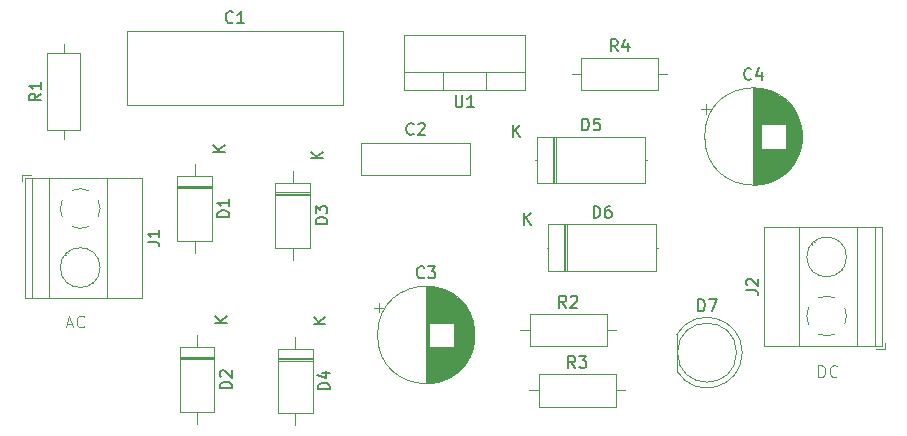
<source format=gbr>
%TF.GenerationSoftware,KiCad,Pcbnew,8.0.8*%
%TF.CreationDate,2026-02-04T08:37:40+05:30*%
%TF.ProjectId,power supply,706f7765-7220-4737-9570-706c792e6b69,rev?*%
%TF.SameCoordinates,Original*%
%TF.FileFunction,Legend,Top*%
%TF.FilePolarity,Positive*%
%FSLAX46Y46*%
G04 Gerber Fmt 4.6, Leading zero omitted, Abs format (unit mm)*
G04 Created by KiCad (PCBNEW 8.0.8) date 2026-02-04 08:37:40*
%MOMM*%
%LPD*%
G01*
G04 APERTURE LIST*
%ADD10C,0.100000*%
%ADD11C,0.150000*%
%ADD12C,0.120000*%
G04 APERTURE END LIST*
D10*
X88456265Y-135786704D02*
X88932455Y-135786704D01*
X88361027Y-136072419D02*
X88694360Y-135072419D01*
X88694360Y-135072419D02*
X89027693Y-136072419D01*
X89932455Y-135977180D02*
X89884836Y-136024800D01*
X89884836Y-136024800D02*
X89741979Y-136072419D01*
X89741979Y-136072419D02*
X89646741Y-136072419D01*
X89646741Y-136072419D02*
X89503884Y-136024800D01*
X89503884Y-136024800D02*
X89408646Y-135929561D01*
X89408646Y-135929561D02*
X89361027Y-135834323D01*
X89361027Y-135834323D02*
X89313408Y-135643847D01*
X89313408Y-135643847D02*
X89313408Y-135500990D01*
X89313408Y-135500990D02*
X89361027Y-135310514D01*
X89361027Y-135310514D02*
X89408646Y-135215276D01*
X89408646Y-135215276D02*
X89503884Y-135120038D01*
X89503884Y-135120038D02*
X89646741Y-135072419D01*
X89646741Y-135072419D02*
X89741979Y-135072419D01*
X89741979Y-135072419D02*
X89884836Y-135120038D01*
X89884836Y-135120038D02*
X89932455Y-135167657D01*
X152103884Y-140272419D02*
X152103884Y-139272419D01*
X152103884Y-139272419D02*
X152341979Y-139272419D01*
X152341979Y-139272419D02*
X152484836Y-139320038D01*
X152484836Y-139320038D02*
X152580074Y-139415276D01*
X152580074Y-139415276D02*
X152627693Y-139510514D01*
X152627693Y-139510514D02*
X152675312Y-139700990D01*
X152675312Y-139700990D02*
X152675312Y-139843847D01*
X152675312Y-139843847D02*
X152627693Y-140034323D01*
X152627693Y-140034323D02*
X152580074Y-140129561D01*
X152580074Y-140129561D02*
X152484836Y-140224800D01*
X152484836Y-140224800D02*
X152341979Y-140272419D01*
X152341979Y-140272419D02*
X152103884Y-140272419D01*
X153675312Y-140177180D02*
X153627693Y-140224800D01*
X153627693Y-140224800D02*
X153484836Y-140272419D01*
X153484836Y-140272419D02*
X153389598Y-140272419D01*
X153389598Y-140272419D02*
X153246741Y-140224800D01*
X153246741Y-140224800D02*
X153151503Y-140129561D01*
X153151503Y-140129561D02*
X153103884Y-140034323D01*
X153103884Y-140034323D02*
X153056265Y-139843847D01*
X153056265Y-139843847D02*
X153056265Y-139700990D01*
X153056265Y-139700990D02*
X153103884Y-139510514D01*
X153103884Y-139510514D02*
X153151503Y-139415276D01*
X153151503Y-139415276D02*
X153246741Y-139320038D01*
X153246741Y-139320038D02*
X153389598Y-139272419D01*
X153389598Y-139272419D02*
X153484836Y-139272419D01*
X153484836Y-139272419D02*
X153627693Y-139320038D01*
X153627693Y-139320038D02*
X153675312Y-139367657D01*
D11*
X102224819Y-126738094D02*
X101224819Y-126738094D01*
X101224819Y-126738094D02*
X101224819Y-126499999D01*
X101224819Y-126499999D02*
X101272438Y-126357142D01*
X101272438Y-126357142D02*
X101367676Y-126261904D01*
X101367676Y-126261904D02*
X101462914Y-126214285D01*
X101462914Y-126214285D02*
X101653390Y-126166666D01*
X101653390Y-126166666D02*
X101796247Y-126166666D01*
X101796247Y-126166666D02*
X101986723Y-126214285D01*
X101986723Y-126214285D02*
X102081961Y-126261904D01*
X102081961Y-126261904D02*
X102177200Y-126357142D01*
X102177200Y-126357142D02*
X102224819Y-126499999D01*
X102224819Y-126499999D02*
X102224819Y-126738094D01*
X102224819Y-125214285D02*
X102224819Y-125785713D01*
X102224819Y-125499999D02*
X101224819Y-125499999D01*
X101224819Y-125499999D02*
X101367676Y-125595237D01*
X101367676Y-125595237D02*
X101462914Y-125690475D01*
X101462914Y-125690475D02*
X101510533Y-125785713D01*
X101854819Y-121181904D02*
X100854819Y-121181904D01*
X101854819Y-120610476D02*
X101283390Y-121039047D01*
X100854819Y-120610476D02*
X101426247Y-121181904D01*
X102424819Y-141218094D02*
X101424819Y-141218094D01*
X101424819Y-141218094D02*
X101424819Y-140979999D01*
X101424819Y-140979999D02*
X101472438Y-140837142D01*
X101472438Y-140837142D02*
X101567676Y-140741904D01*
X101567676Y-140741904D02*
X101662914Y-140694285D01*
X101662914Y-140694285D02*
X101853390Y-140646666D01*
X101853390Y-140646666D02*
X101996247Y-140646666D01*
X101996247Y-140646666D02*
X102186723Y-140694285D01*
X102186723Y-140694285D02*
X102281961Y-140741904D01*
X102281961Y-140741904D02*
X102377200Y-140837142D01*
X102377200Y-140837142D02*
X102424819Y-140979999D01*
X102424819Y-140979999D02*
X102424819Y-141218094D01*
X101520057Y-140265713D02*
X101472438Y-140218094D01*
X101472438Y-140218094D02*
X101424819Y-140122856D01*
X101424819Y-140122856D02*
X101424819Y-139884761D01*
X101424819Y-139884761D02*
X101472438Y-139789523D01*
X101472438Y-139789523D02*
X101520057Y-139741904D01*
X101520057Y-139741904D02*
X101615295Y-139694285D01*
X101615295Y-139694285D02*
X101710533Y-139694285D01*
X101710533Y-139694285D02*
X101853390Y-139741904D01*
X101853390Y-139741904D02*
X102424819Y-140313332D01*
X102424819Y-140313332D02*
X102424819Y-139694285D01*
X102054819Y-135661904D02*
X101054819Y-135661904D01*
X102054819Y-135090476D02*
X101483390Y-135519047D01*
X101054819Y-135090476D02*
X101626247Y-135661904D01*
X95314819Y-128833333D02*
X96029104Y-128833333D01*
X96029104Y-128833333D02*
X96171961Y-128880952D01*
X96171961Y-128880952D02*
X96267200Y-128976190D01*
X96267200Y-128976190D02*
X96314819Y-129119047D01*
X96314819Y-129119047D02*
X96314819Y-129214285D01*
X96314819Y-127833333D02*
X96314819Y-128404761D01*
X96314819Y-128119047D02*
X95314819Y-128119047D01*
X95314819Y-128119047D02*
X95457676Y-128214285D01*
X95457676Y-128214285D02*
X95552914Y-128309523D01*
X95552914Y-128309523D02*
X95600533Y-128404761D01*
X86284819Y-116266666D02*
X85808628Y-116599999D01*
X86284819Y-116838094D02*
X85284819Y-116838094D01*
X85284819Y-116838094D02*
X85284819Y-116457142D01*
X85284819Y-116457142D02*
X85332438Y-116361904D01*
X85332438Y-116361904D02*
X85380057Y-116314285D01*
X85380057Y-116314285D02*
X85475295Y-116266666D01*
X85475295Y-116266666D02*
X85618152Y-116266666D01*
X85618152Y-116266666D02*
X85713390Y-116314285D01*
X85713390Y-116314285D02*
X85761009Y-116361904D01*
X85761009Y-116361904D02*
X85808628Y-116457142D01*
X85808628Y-116457142D02*
X85808628Y-116838094D01*
X86284819Y-115314285D02*
X86284819Y-115885713D01*
X86284819Y-115599999D02*
X85284819Y-115599999D01*
X85284819Y-115599999D02*
X85427676Y-115695237D01*
X85427676Y-115695237D02*
X85522914Y-115790475D01*
X85522914Y-115790475D02*
X85570533Y-115885713D01*
X145994819Y-132933333D02*
X146709104Y-132933333D01*
X146709104Y-132933333D02*
X146851961Y-132980952D01*
X146851961Y-132980952D02*
X146947200Y-133076190D01*
X146947200Y-133076190D02*
X146994819Y-133219047D01*
X146994819Y-133219047D02*
X146994819Y-133314285D01*
X146090057Y-132504761D02*
X146042438Y-132457142D01*
X146042438Y-132457142D02*
X145994819Y-132361904D01*
X145994819Y-132361904D02*
X145994819Y-132123809D01*
X145994819Y-132123809D02*
X146042438Y-132028571D01*
X146042438Y-132028571D02*
X146090057Y-131980952D01*
X146090057Y-131980952D02*
X146185295Y-131933333D01*
X146185295Y-131933333D02*
X146280533Y-131933333D01*
X146280533Y-131933333D02*
X146423390Y-131980952D01*
X146423390Y-131980952D02*
X146994819Y-132552380D01*
X146994819Y-132552380D02*
X146994819Y-131933333D01*
X117833333Y-119659580D02*
X117785714Y-119707200D01*
X117785714Y-119707200D02*
X117642857Y-119754819D01*
X117642857Y-119754819D02*
X117547619Y-119754819D01*
X117547619Y-119754819D02*
X117404762Y-119707200D01*
X117404762Y-119707200D02*
X117309524Y-119611961D01*
X117309524Y-119611961D02*
X117261905Y-119516723D01*
X117261905Y-119516723D02*
X117214286Y-119326247D01*
X117214286Y-119326247D02*
X117214286Y-119183390D01*
X117214286Y-119183390D02*
X117261905Y-118992914D01*
X117261905Y-118992914D02*
X117309524Y-118897676D01*
X117309524Y-118897676D02*
X117404762Y-118802438D01*
X117404762Y-118802438D02*
X117547619Y-118754819D01*
X117547619Y-118754819D02*
X117642857Y-118754819D01*
X117642857Y-118754819D02*
X117785714Y-118802438D01*
X117785714Y-118802438D02*
X117833333Y-118850057D01*
X118214286Y-118850057D02*
X118261905Y-118802438D01*
X118261905Y-118802438D02*
X118357143Y-118754819D01*
X118357143Y-118754819D02*
X118595238Y-118754819D01*
X118595238Y-118754819D02*
X118690476Y-118802438D01*
X118690476Y-118802438D02*
X118738095Y-118850057D01*
X118738095Y-118850057D02*
X118785714Y-118945295D01*
X118785714Y-118945295D02*
X118785714Y-119040533D01*
X118785714Y-119040533D02*
X118738095Y-119183390D01*
X118738095Y-119183390D02*
X118166667Y-119754819D01*
X118166667Y-119754819D02*
X118785714Y-119754819D01*
X110524819Y-127318094D02*
X109524819Y-127318094D01*
X109524819Y-127318094D02*
X109524819Y-127079999D01*
X109524819Y-127079999D02*
X109572438Y-126937142D01*
X109572438Y-126937142D02*
X109667676Y-126841904D01*
X109667676Y-126841904D02*
X109762914Y-126794285D01*
X109762914Y-126794285D02*
X109953390Y-126746666D01*
X109953390Y-126746666D02*
X110096247Y-126746666D01*
X110096247Y-126746666D02*
X110286723Y-126794285D01*
X110286723Y-126794285D02*
X110381961Y-126841904D01*
X110381961Y-126841904D02*
X110477200Y-126937142D01*
X110477200Y-126937142D02*
X110524819Y-127079999D01*
X110524819Y-127079999D02*
X110524819Y-127318094D01*
X109524819Y-126413332D02*
X109524819Y-125794285D01*
X109524819Y-125794285D02*
X109905771Y-126127618D01*
X109905771Y-126127618D02*
X109905771Y-125984761D01*
X109905771Y-125984761D02*
X109953390Y-125889523D01*
X109953390Y-125889523D02*
X110001009Y-125841904D01*
X110001009Y-125841904D02*
X110096247Y-125794285D01*
X110096247Y-125794285D02*
X110334342Y-125794285D01*
X110334342Y-125794285D02*
X110429580Y-125841904D01*
X110429580Y-125841904D02*
X110477200Y-125889523D01*
X110477200Y-125889523D02*
X110524819Y-125984761D01*
X110524819Y-125984761D02*
X110524819Y-126270475D01*
X110524819Y-126270475D02*
X110477200Y-126365713D01*
X110477200Y-126365713D02*
X110429580Y-126413332D01*
X110154819Y-121761904D02*
X109154819Y-121761904D01*
X110154819Y-121190476D02*
X109583390Y-121619047D01*
X109154819Y-121190476D02*
X109726247Y-121761904D01*
X130753333Y-134384819D02*
X130420000Y-133908628D01*
X130181905Y-134384819D02*
X130181905Y-133384819D01*
X130181905Y-133384819D02*
X130562857Y-133384819D01*
X130562857Y-133384819D02*
X130658095Y-133432438D01*
X130658095Y-133432438D02*
X130705714Y-133480057D01*
X130705714Y-133480057D02*
X130753333Y-133575295D01*
X130753333Y-133575295D02*
X130753333Y-133718152D01*
X130753333Y-133718152D02*
X130705714Y-133813390D01*
X130705714Y-133813390D02*
X130658095Y-133861009D01*
X130658095Y-133861009D02*
X130562857Y-133908628D01*
X130562857Y-133908628D02*
X130181905Y-133908628D01*
X131134286Y-133480057D02*
X131181905Y-133432438D01*
X131181905Y-133432438D02*
X131277143Y-133384819D01*
X131277143Y-133384819D02*
X131515238Y-133384819D01*
X131515238Y-133384819D02*
X131610476Y-133432438D01*
X131610476Y-133432438D02*
X131658095Y-133480057D01*
X131658095Y-133480057D02*
X131705714Y-133575295D01*
X131705714Y-133575295D02*
X131705714Y-133670533D01*
X131705714Y-133670533D02*
X131658095Y-133813390D01*
X131658095Y-133813390D02*
X131086667Y-134384819D01*
X131086667Y-134384819D02*
X131705714Y-134384819D01*
X141931905Y-134694819D02*
X141931905Y-133694819D01*
X141931905Y-133694819D02*
X142170000Y-133694819D01*
X142170000Y-133694819D02*
X142312857Y-133742438D01*
X142312857Y-133742438D02*
X142408095Y-133837676D01*
X142408095Y-133837676D02*
X142455714Y-133932914D01*
X142455714Y-133932914D02*
X142503333Y-134123390D01*
X142503333Y-134123390D02*
X142503333Y-134266247D01*
X142503333Y-134266247D02*
X142455714Y-134456723D01*
X142455714Y-134456723D02*
X142408095Y-134551961D01*
X142408095Y-134551961D02*
X142312857Y-134647200D01*
X142312857Y-134647200D02*
X142170000Y-134694819D01*
X142170000Y-134694819D02*
X141931905Y-134694819D01*
X142836667Y-133694819D02*
X143503333Y-133694819D01*
X143503333Y-133694819D02*
X143074762Y-134694819D01*
X132111905Y-119384819D02*
X132111905Y-118384819D01*
X132111905Y-118384819D02*
X132350000Y-118384819D01*
X132350000Y-118384819D02*
X132492857Y-118432438D01*
X132492857Y-118432438D02*
X132588095Y-118527676D01*
X132588095Y-118527676D02*
X132635714Y-118622914D01*
X132635714Y-118622914D02*
X132683333Y-118813390D01*
X132683333Y-118813390D02*
X132683333Y-118956247D01*
X132683333Y-118956247D02*
X132635714Y-119146723D01*
X132635714Y-119146723D02*
X132588095Y-119241961D01*
X132588095Y-119241961D02*
X132492857Y-119337200D01*
X132492857Y-119337200D02*
X132350000Y-119384819D01*
X132350000Y-119384819D02*
X132111905Y-119384819D01*
X133588095Y-118384819D02*
X133111905Y-118384819D01*
X133111905Y-118384819D02*
X133064286Y-118861009D01*
X133064286Y-118861009D02*
X133111905Y-118813390D01*
X133111905Y-118813390D02*
X133207143Y-118765771D01*
X133207143Y-118765771D02*
X133445238Y-118765771D01*
X133445238Y-118765771D02*
X133540476Y-118813390D01*
X133540476Y-118813390D02*
X133588095Y-118861009D01*
X133588095Y-118861009D02*
X133635714Y-118956247D01*
X133635714Y-118956247D02*
X133635714Y-119194342D01*
X133635714Y-119194342D02*
X133588095Y-119289580D01*
X133588095Y-119289580D02*
X133540476Y-119337200D01*
X133540476Y-119337200D02*
X133445238Y-119384819D01*
X133445238Y-119384819D02*
X133207143Y-119384819D01*
X133207143Y-119384819D02*
X133111905Y-119337200D01*
X133111905Y-119337200D02*
X133064286Y-119289580D01*
X126238095Y-119954819D02*
X126238095Y-118954819D01*
X126809523Y-119954819D02*
X126380952Y-119383390D01*
X126809523Y-118954819D02*
X126238095Y-119526247D01*
X118730682Y-131809580D02*
X118683063Y-131857200D01*
X118683063Y-131857200D02*
X118540206Y-131904819D01*
X118540206Y-131904819D02*
X118444968Y-131904819D01*
X118444968Y-131904819D02*
X118302111Y-131857200D01*
X118302111Y-131857200D02*
X118206873Y-131761961D01*
X118206873Y-131761961D02*
X118159254Y-131666723D01*
X118159254Y-131666723D02*
X118111635Y-131476247D01*
X118111635Y-131476247D02*
X118111635Y-131333390D01*
X118111635Y-131333390D02*
X118159254Y-131142914D01*
X118159254Y-131142914D02*
X118206873Y-131047676D01*
X118206873Y-131047676D02*
X118302111Y-130952438D01*
X118302111Y-130952438D02*
X118444968Y-130904819D01*
X118444968Y-130904819D02*
X118540206Y-130904819D01*
X118540206Y-130904819D02*
X118683063Y-130952438D01*
X118683063Y-130952438D02*
X118730682Y-131000057D01*
X119064016Y-130904819D02*
X119683063Y-130904819D01*
X119683063Y-130904819D02*
X119349730Y-131285771D01*
X119349730Y-131285771D02*
X119492587Y-131285771D01*
X119492587Y-131285771D02*
X119587825Y-131333390D01*
X119587825Y-131333390D02*
X119635444Y-131381009D01*
X119635444Y-131381009D02*
X119683063Y-131476247D01*
X119683063Y-131476247D02*
X119683063Y-131714342D01*
X119683063Y-131714342D02*
X119635444Y-131809580D01*
X119635444Y-131809580D02*
X119587825Y-131857200D01*
X119587825Y-131857200D02*
X119492587Y-131904819D01*
X119492587Y-131904819D02*
X119206873Y-131904819D01*
X119206873Y-131904819D02*
X119111635Y-131857200D01*
X119111635Y-131857200D02*
X119064016Y-131809580D01*
X102533333Y-110209580D02*
X102485714Y-110257200D01*
X102485714Y-110257200D02*
X102342857Y-110304819D01*
X102342857Y-110304819D02*
X102247619Y-110304819D01*
X102247619Y-110304819D02*
X102104762Y-110257200D01*
X102104762Y-110257200D02*
X102009524Y-110161961D01*
X102009524Y-110161961D02*
X101961905Y-110066723D01*
X101961905Y-110066723D02*
X101914286Y-109876247D01*
X101914286Y-109876247D02*
X101914286Y-109733390D01*
X101914286Y-109733390D02*
X101961905Y-109542914D01*
X101961905Y-109542914D02*
X102009524Y-109447676D01*
X102009524Y-109447676D02*
X102104762Y-109352438D01*
X102104762Y-109352438D02*
X102247619Y-109304819D01*
X102247619Y-109304819D02*
X102342857Y-109304819D01*
X102342857Y-109304819D02*
X102485714Y-109352438D01*
X102485714Y-109352438D02*
X102533333Y-109400057D01*
X103485714Y-110304819D02*
X102914286Y-110304819D01*
X103200000Y-110304819D02*
X103200000Y-109304819D01*
X103200000Y-109304819D02*
X103104762Y-109447676D01*
X103104762Y-109447676D02*
X103009524Y-109542914D01*
X103009524Y-109542914D02*
X102914286Y-109590533D01*
X131513333Y-139484819D02*
X131180000Y-139008628D01*
X130941905Y-139484819D02*
X130941905Y-138484819D01*
X130941905Y-138484819D02*
X131322857Y-138484819D01*
X131322857Y-138484819D02*
X131418095Y-138532438D01*
X131418095Y-138532438D02*
X131465714Y-138580057D01*
X131465714Y-138580057D02*
X131513333Y-138675295D01*
X131513333Y-138675295D02*
X131513333Y-138818152D01*
X131513333Y-138818152D02*
X131465714Y-138913390D01*
X131465714Y-138913390D02*
X131418095Y-138961009D01*
X131418095Y-138961009D02*
X131322857Y-139008628D01*
X131322857Y-139008628D02*
X130941905Y-139008628D01*
X131846667Y-138484819D02*
X132465714Y-138484819D01*
X132465714Y-138484819D02*
X132132381Y-138865771D01*
X132132381Y-138865771D02*
X132275238Y-138865771D01*
X132275238Y-138865771D02*
X132370476Y-138913390D01*
X132370476Y-138913390D02*
X132418095Y-138961009D01*
X132418095Y-138961009D02*
X132465714Y-139056247D01*
X132465714Y-139056247D02*
X132465714Y-139294342D01*
X132465714Y-139294342D02*
X132418095Y-139389580D01*
X132418095Y-139389580D02*
X132370476Y-139437200D01*
X132370476Y-139437200D02*
X132275238Y-139484819D01*
X132275238Y-139484819D02*
X131989524Y-139484819D01*
X131989524Y-139484819D02*
X131894286Y-139437200D01*
X131894286Y-139437200D02*
X131846667Y-139389580D01*
X135113333Y-112684819D02*
X134780000Y-112208628D01*
X134541905Y-112684819D02*
X134541905Y-111684819D01*
X134541905Y-111684819D02*
X134922857Y-111684819D01*
X134922857Y-111684819D02*
X135018095Y-111732438D01*
X135018095Y-111732438D02*
X135065714Y-111780057D01*
X135065714Y-111780057D02*
X135113333Y-111875295D01*
X135113333Y-111875295D02*
X135113333Y-112018152D01*
X135113333Y-112018152D02*
X135065714Y-112113390D01*
X135065714Y-112113390D02*
X135018095Y-112161009D01*
X135018095Y-112161009D02*
X134922857Y-112208628D01*
X134922857Y-112208628D02*
X134541905Y-112208628D01*
X135970476Y-112018152D02*
X135970476Y-112684819D01*
X135732381Y-111637200D02*
X135494286Y-112351485D01*
X135494286Y-112351485D02*
X136113333Y-112351485D01*
X146430682Y-115009580D02*
X146383063Y-115057200D01*
X146383063Y-115057200D02*
X146240206Y-115104819D01*
X146240206Y-115104819D02*
X146144968Y-115104819D01*
X146144968Y-115104819D02*
X146002111Y-115057200D01*
X146002111Y-115057200D02*
X145906873Y-114961961D01*
X145906873Y-114961961D02*
X145859254Y-114866723D01*
X145859254Y-114866723D02*
X145811635Y-114676247D01*
X145811635Y-114676247D02*
X145811635Y-114533390D01*
X145811635Y-114533390D02*
X145859254Y-114342914D01*
X145859254Y-114342914D02*
X145906873Y-114247676D01*
X145906873Y-114247676D02*
X146002111Y-114152438D01*
X146002111Y-114152438D02*
X146144968Y-114104819D01*
X146144968Y-114104819D02*
X146240206Y-114104819D01*
X146240206Y-114104819D02*
X146383063Y-114152438D01*
X146383063Y-114152438D02*
X146430682Y-114200057D01*
X147287825Y-114438152D02*
X147287825Y-115104819D01*
X147049730Y-114057200D02*
X146811635Y-114771485D01*
X146811635Y-114771485D02*
X147430682Y-114771485D01*
X121378095Y-116424819D02*
X121378095Y-117234342D01*
X121378095Y-117234342D02*
X121425714Y-117329580D01*
X121425714Y-117329580D02*
X121473333Y-117377200D01*
X121473333Y-117377200D02*
X121568571Y-117424819D01*
X121568571Y-117424819D02*
X121759047Y-117424819D01*
X121759047Y-117424819D02*
X121854285Y-117377200D01*
X121854285Y-117377200D02*
X121901904Y-117329580D01*
X121901904Y-117329580D02*
X121949523Y-117234342D01*
X121949523Y-117234342D02*
X121949523Y-116424819D01*
X122949523Y-117424819D02*
X122378095Y-117424819D01*
X122663809Y-117424819D02*
X122663809Y-116424819D01*
X122663809Y-116424819D02*
X122568571Y-116567676D01*
X122568571Y-116567676D02*
X122473333Y-116662914D01*
X122473333Y-116662914D02*
X122378095Y-116710533D01*
X110724819Y-141318094D02*
X109724819Y-141318094D01*
X109724819Y-141318094D02*
X109724819Y-141079999D01*
X109724819Y-141079999D02*
X109772438Y-140937142D01*
X109772438Y-140937142D02*
X109867676Y-140841904D01*
X109867676Y-140841904D02*
X109962914Y-140794285D01*
X109962914Y-140794285D02*
X110153390Y-140746666D01*
X110153390Y-140746666D02*
X110296247Y-140746666D01*
X110296247Y-140746666D02*
X110486723Y-140794285D01*
X110486723Y-140794285D02*
X110581961Y-140841904D01*
X110581961Y-140841904D02*
X110677200Y-140937142D01*
X110677200Y-140937142D02*
X110724819Y-141079999D01*
X110724819Y-141079999D02*
X110724819Y-141318094D01*
X110058152Y-139889523D02*
X110724819Y-139889523D01*
X109677200Y-140127618D02*
X110391485Y-140365713D01*
X110391485Y-140365713D02*
X110391485Y-139746666D01*
X110354819Y-135761904D02*
X109354819Y-135761904D01*
X110354819Y-135190476D02*
X109783390Y-135619047D01*
X109354819Y-135190476D02*
X109926247Y-135761904D01*
X133061905Y-126784819D02*
X133061905Y-125784819D01*
X133061905Y-125784819D02*
X133300000Y-125784819D01*
X133300000Y-125784819D02*
X133442857Y-125832438D01*
X133442857Y-125832438D02*
X133538095Y-125927676D01*
X133538095Y-125927676D02*
X133585714Y-126022914D01*
X133585714Y-126022914D02*
X133633333Y-126213390D01*
X133633333Y-126213390D02*
X133633333Y-126356247D01*
X133633333Y-126356247D02*
X133585714Y-126546723D01*
X133585714Y-126546723D02*
X133538095Y-126641961D01*
X133538095Y-126641961D02*
X133442857Y-126737200D01*
X133442857Y-126737200D02*
X133300000Y-126784819D01*
X133300000Y-126784819D02*
X133061905Y-126784819D01*
X134490476Y-125784819D02*
X134300000Y-125784819D01*
X134300000Y-125784819D02*
X134204762Y-125832438D01*
X134204762Y-125832438D02*
X134157143Y-125880057D01*
X134157143Y-125880057D02*
X134061905Y-126022914D01*
X134061905Y-126022914D02*
X134014286Y-126213390D01*
X134014286Y-126213390D02*
X134014286Y-126594342D01*
X134014286Y-126594342D02*
X134061905Y-126689580D01*
X134061905Y-126689580D02*
X134109524Y-126737200D01*
X134109524Y-126737200D02*
X134204762Y-126784819D01*
X134204762Y-126784819D02*
X134395238Y-126784819D01*
X134395238Y-126784819D02*
X134490476Y-126737200D01*
X134490476Y-126737200D02*
X134538095Y-126689580D01*
X134538095Y-126689580D02*
X134585714Y-126594342D01*
X134585714Y-126594342D02*
X134585714Y-126356247D01*
X134585714Y-126356247D02*
X134538095Y-126261009D01*
X134538095Y-126261009D02*
X134490476Y-126213390D01*
X134490476Y-126213390D02*
X134395238Y-126165771D01*
X134395238Y-126165771D02*
X134204762Y-126165771D01*
X134204762Y-126165771D02*
X134109524Y-126213390D01*
X134109524Y-126213390D02*
X134061905Y-126261009D01*
X134061905Y-126261009D02*
X134014286Y-126356247D01*
X127188095Y-127354819D02*
X127188095Y-126354819D01*
X127759523Y-127354819D02*
X127330952Y-126783390D01*
X127759523Y-126354819D02*
X127188095Y-126926247D01*
D12*
%TO.C,D1*%
X97830000Y-123280000D02*
X97830000Y-128720000D01*
X97830000Y-128720000D02*
X100770000Y-128720000D01*
X99300000Y-122260000D02*
X99300000Y-123280000D01*
X99300000Y-129740000D02*
X99300000Y-128720000D01*
X100770000Y-123280000D02*
X97830000Y-123280000D01*
X100770000Y-124060000D02*
X97830000Y-124060000D01*
X100770000Y-124180000D02*
X97830000Y-124180000D01*
X100770000Y-124300000D02*
X97830000Y-124300000D01*
X100770000Y-128720000D02*
X100770000Y-123280000D01*
%TO.C,D2*%
X98030000Y-137760000D02*
X98030000Y-143200000D01*
X98030000Y-143200000D02*
X100970000Y-143200000D01*
X99500000Y-136740000D02*
X99500000Y-137760000D01*
X99500000Y-144220000D02*
X99500000Y-143200000D01*
X100970000Y-137760000D02*
X98030000Y-137760000D01*
X100970000Y-138540000D02*
X98030000Y-138540000D01*
X100970000Y-138660000D02*
X98030000Y-138660000D01*
X100970000Y-138780000D02*
X98030000Y-138780000D01*
X100970000Y-143200000D02*
X100970000Y-137760000D01*
%TO.C,J1*%
X84700000Y-123200000D02*
X84700000Y-123700000D01*
X84940000Y-123440000D02*
X84940000Y-133560000D01*
X85440000Y-123200000D02*
X84700000Y-123200000D01*
X85500000Y-123440000D02*
X85500000Y-133560000D01*
X87000000Y-123440000D02*
X87000000Y-133560000D01*
X88361000Y-129966000D02*
X88326000Y-129931000D01*
X88577000Y-129773000D02*
X88531000Y-129726000D01*
X90669000Y-132275000D02*
X90623000Y-132228000D01*
X90875000Y-132070000D02*
X90839000Y-132035000D01*
X91901000Y-123440000D02*
X91901000Y-133560000D01*
X94861000Y-123440000D02*
X84940000Y-123440000D01*
X94861000Y-123440000D02*
X94861000Y-133560000D01*
X94861000Y-133560000D02*
X84940000Y-133560000D01*
X87919747Y-126028805D02*
G75*
G02*
X88065000Y-125316000I1680254J28806D01*
G01*
X88065244Y-126683318D02*
G75*
G02*
X87920000Y-126000000I1534756J683318D01*
G01*
X88916958Y-124464573D02*
G75*
G02*
X90284000Y-124465000I683041J-1535420D01*
G01*
X90283042Y-127535427D02*
G75*
G02*
X88916000Y-127535000I-683042J1535427D01*
G01*
X91135427Y-125316958D02*
G75*
G02*
X91135000Y-126684000I-1535420J-683041D01*
G01*
X91280000Y-131000000D02*
G75*
G02*
X87920000Y-131000000I-1680000J0D01*
G01*
X87920000Y-131000000D02*
G75*
G02*
X91280000Y-131000000I1680000J0D01*
G01*
%TO.C,R1*%
X86830000Y-112830000D02*
X86830000Y-119370000D01*
X86830000Y-119370000D02*
X89570000Y-119370000D01*
X88200000Y-112060000D02*
X88200000Y-112830000D01*
X88200000Y-120140000D02*
X88200000Y-119370000D01*
X89570000Y-112830000D02*
X86830000Y-112830000D01*
X89570000Y-119370000D02*
X89570000Y-112830000D01*
%TO.C,J2*%
X147539000Y-127540000D02*
X157460000Y-127540000D01*
X147539000Y-137660000D02*
X147539000Y-127540000D01*
X147539000Y-137660000D02*
X157460000Y-137660000D01*
X150499000Y-137660000D02*
X150499000Y-127540000D01*
X151525000Y-129030000D02*
X151561000Y-129065000D01*
X151731000Y-128825000D02*
X151777000Y-128872000D01*
X153823000Y-131327000D02*
X153869000Y-131374000D01*
X154039000Y-131134000D02*
X154074000Y-131169000D01*
X155400000Y-137660000D02*
X155400000Y-127540000D01*
X156900000Y-137660000D02*
X156900000Y-127540000D01*
X156960000Y-137900000D02*
X157700000Y-137900000D01*
X157460000Y-137660000D02*
X157460000Y-127540000D01*
X157700000Y-137900000D02*
X157700000Y-137400000D01*
X151264573Y-135783042D02*
G75*
G02*
X151265000Y-134416000I1535420J683041D01*
G01*
X152116958Y-133564573D02*
G75*
G02*
X153484000Y-133565000I683042J-1535427D01*
G01*
X153483042Y-136635427D02*
G75*
G02*
X152116000Y-136635000I-683041J1535420D01*
G01*
X154334756Y-134416682D02*
G75*
G02*
X154480000Y-135100000I-1534756J-683318D01*
G01*
X154480253Y-135071195D02*
G75*
G02*
X154335000Y-135784000I-1680254J-28806D01*
G01*
X154480000Y-130100000D02*
G75*
G02*
X151120000Y-130100000I-1680000J0D01*
G01*
X151120000Y-130100000D02*
G75*
G02*
X154480000Y-130100000I1680000J0D01*
G01*
%TO.C,C2*%
X113380000Y-120430000D02*
X113380000Y-123170000D01*
X113380000Y-120430000D02*
X122620000Y-120430000D01*
X113380000Y-123170000D02*
X122620000Y-123170000D01*
X122620000Y-120430000D02*
X122620000Y-123170000D01*
%TO.C,D3*%
X106130000Y-123860000D02*
X106130000Y-129300000D01*
X106130000Y-129300000D02*
X109070000Y-129300000D01*
X107600000Y-122840000D02*
X107600000Y-123860000D01*
X107600000Y-130320000D02*
X107600000Y-129300000D01*
X109070000Y-123860000D02*
X106130000Y-123860000D01*
X109070000Y-124640000D02*
X106130000Y-124640000D01*
X109070000Y-124760000D02*
X106130000Y-124760000D01*
X109070000Y-124880000D02*
X106130000Y-124880000D01*
X109070000Y-129300000D02*
X109070000Y-123860000D01*
%TO.C,R2*%
X126880000Y-136300000D02*
X127650000Y-136300000D01*
X127650000Y-134930000D02*
X127650000Y-137670000D01*
X127650000Y-137670000D02*
X134190000Y-137670000D01*
X134190000Y-134930000D02*
X127650000Y-134930000D01*
X134190000Y-137670000D02*
X134190000Y-134930000D01*
X134960000Y-136300000D02*
X134190000Y-136300000D01*
%TO.C,D7*%
X140110000Y-136655000D02*
X140110000Y-139745000D01*
X140110000Y-136655170D02*
G75*
G02*
X145660000Y-138199952I2560000J-1544830D01*
G01*
X145660000Y-138200048D02*
G75*
G02*
X140110000Y-139744830I-2990000J48D01*
G01*
X145170000Y-138200000D02*
G75*
G02*
X140170000Y-138200000I-2500000J0D01*
G01*
X140170000Y-138200000D02*
G75*
G02*
X145170000Y-138200000I2500000J0D01*
G01*
%TO.C,D5*%
X128140000Y-121900000D02*
X128280000Y-121900000D01*
X128280000Y-119930000D02*
X128280000Y-123870000D01*
X128280000Y-123870000D02*
X137420000Y-123870000D01*
X129615000Y-119930000D02*
X129615000Y-123870000D01*
X129735000Y-119930000D02*
X129735000Y-123870000D01*
X129855000Y-119930000D02*
X129855000Y-123870000D01*
X137420000Y-119930000D02*
X128280000Y-119930000D01*
X137420000Y-123870000D02*
X137420000Y-119930000D01*
X137560000Y-121900000D02*
X137420000Y-121900000D01*
%TO.C,C3*%
X114487651Y-134385000D02*
X115287651Y-134385000D01*
X114887651Y-133985000D02*
X114887651Y-134785000D01*
X118897349Y-132620000D02*
X118897349Y-140780000D01*
X118937349Y-132620000D02*
X118937349Y-140780000D01*
X118977349Y-132620000D02*
X118977349Y-140780000D01*
X119017349Y-132621000D02*
X119017349Y-140779000D01*
X119057349Y-132623000D02*
X119057349Y-140777000D01*
X119097349Y-132624000D02*
X119097349Y-140776000D01*
X119137349Y-132626000D02*
X119137349Y-135660000D01*
X119137349Y-137740000D02*
X119137349Y-140774000D01*
X119177349Y-132629000D02*
X119177349Y-135660000D01*
X119177349Y-137740000D02*
X119177349Y-140771000D01*
X119217349Y-132632000D02*
X119217349Y-135660000D01*
X119217349Y-137740000D02*
X119217349Y-140768000D01*
X119257349Y-132635000D02*
X119257349Y-135660000D01*
X119257349Y-137740000D02*
X119257349Y-140765000D01*
X119297349Y-132639000D02*
X119297349Y-135660000D01*
X119297349Y-137740000D02*
X119297349Y-140761000D01*
X119337349Y-132643000D02*
X119337349Y-135660000D01*
X119337349Y-137740000D02*
X119337349Y-140757000D01*
X119377349Y-132648000D02*
X119377349Y-135660000D01*
X119377349Y-137740000D02*
X119377349Y-140752000D01*
X119417349Y-132652000D02*
X119417349Y-135660000D01*
X119417349Y-137740000D02*
X119417349Y-140748000D01*
X119457349Y-132658000D02*
X119457349Y-135660000D01*
X119457349Y-137740000D02*
X119457349Y-140742000D01*
X119497349Y-132663000D02*
X119497349Y-135660000D01*
X119497349Y-137740000D02*
X119497349Y-140737000D01*
X119537349Y-132670000D02*
X119537349Y-135660000D01*
X119537349Y-137740000D02*
X119537349Y-140730000D01*
X119577349Y-132676000D02*
X119577349Y-135660000D01*
X119577349Y-137740000D02*
X119577349Y-140724000D01*
X119618349Y-132683000D02*
X119618349Y-135660000D01*
X119618349Y-137740000D02*
X119618349Y-140717000D01*
X119658349Y-132690000D02*
X119658349Y-135660000D01*
X119658349Y-137740000D02*
X119658349Y-140710000D01*
X119698349Y-132698000D02*
X119698349Y-135660000D01*
X119698349Y-137740000D02*
X119698349Y-140702000D01*
X119738349Y-132706000D02*
X119738349Y-135660000D01*
X119738349Y-137740000D02*
X119738349Y-140694000D01*
X119778349Y-132715000D02*
X119778349Y-135660000D01*
X119778349Y-137740000D02*
X119778349Y-140685000D01*
X119818349Y-132724000D02*
X119818349Y-135660000D01*
X119818349Y-137740000D02*
X119818349Y-140676000D01*
X119858349Y-132733000D02*
X119858349Y-135660000D01*
X119858349Y-137740000D02*
X119858349Y-140667000D01*
X119898349Y-132743000D02*
X119898349Y-135660000D01*
X119898349Y-137740000D02*
X119898349Y-140657000D01*
X119938349Y-132753000D02*
X119938349Y-135660000D01*
X119938349Y-137740000D02*
X119938349Y-140647000D01*
X119978349Y-132764000D02*
X119978349Y-135660000D01*
X119978349Y-137740000D02*
X119978349Y-140636000D01*
X120018349Y-132775000D02*
X120018349Y-135660000D01*
X120018349Y-137740000D02*
X120018349Y-140625000D01*
X120058349Y-132786000D02*
X120058349Y-135660000D01*
X120058349Y-137740000D02*
X120058349Y-140614000D01*
X120098349Y-132798000D02*
X120098349Y-135660000D01*
X120098349Y-137740000D02*
X120098349Y-140602000D01*
X120138349Y-132811000D02*
X120138349Y-135660000D01*
X120138349Y-137740000D02*
X120138349Y-140589000D01*
X120178349Y-132823000D02*
X120178349Y-135660000D01*
X120178349Y-137740000D02*
X120178349Y-140577000D01*
X120218349Y-132837000D02*
X120218349Y-135660000D01*
X120218349Y-137740000D02*
X120218349Y-140563000D01*
X120258349Y-132850000D02*
X120258349Y-135660000D01*
X120258349Y-137740000D02*
X120258349Y-140550000D01*
X120298349Y-132865000D02*
X120298349Y-135660000D01*
X120298349Y-137740000D02*
X120298349Y-140535000D01*
X120338349Y-132879000D02*
X120338349Y-135660000D01*
X120338349Y-137740000D02*
X120338349Y-140521000D01*
X120378349Y-132895000D02*
X120378349Y-135660000D01*
X120378349Y-137740000D02*
X120378349Y-140505000D01*
X120418349Y-132910000D02*
X120418349Y-135660000D01*
X120418349Y-137740000D02*
X120418349Y-140490000D01*
X120458349Y-132926000D02*
X120458349Y-135660000D01*
X120458349Y-137740000D02*
X120458349Y-140474000D01*
X120498349Y-132943000D02*
X120498349Y-135660000D01*
X120498349Y-137740000D02*
X120498349Y-140457000D01*
X120538349Y-132960000D02*
X120538349Y-135660000D01*
X120538349Y-137740000D02*
X120538349Y-140440000D01*
X120578349Y-132978000D02*
X120578349Y-135660000D01*
X120578349Y-137740000D02*
X120578349Y-140422000D01*
X120618349Y-132996000D02*
X120618349Y-135660000D01*
X120618349Y-137740000D02*
X120618349Y-140404000D01*
X120658349Y-133014000D02*
X120658349Y-135660000D01*
X120658349Y-137740000D02*
X120658349Y-140386000D01*
X120698349Y-133034000D02*
X120698349Y-135660000D01*
X120698349Y-137740000D02*
X120698349Y-140366000D01*
X120738349Y-133053000D02*
X120738349Y-135660000D01*
X120738349Y-137740000D02*
X120738349Y-140347000D01*
X120778349Y-133073000D02*
X120778349Y-135660000D01*
X120778349Y-137740000D02*
X120778349Y-140327000D01*
X120818349Y-133094000D02*
X120818349Y-135660000D01*
X120818349Y-137740000D02*
X120818349Y-140306000D01*
X120858349Y-133116000D02*
X120858349Y-135660000D01*
X120858349Y-137740000D02*
X120858349Y-140284000D01*
X120898349Y-133138000D02*
X120898349Y-135660000D01*
X120898349Y-137740000D02*
X120898349Y-140262000D01*
X120938349Y-133160000D02*
X120938349Y-135660000D01*
X120938349Y-137740000D02*
X120938349Y-140240000D01*
X120978349Y-133183000D02*
X120978349Y-135660000D01*
X120978349Y-137740000D02*
X120978349Y-140217000D01*
X121018349Y-133207000D02*
X121018349Y-135660000D01*
X121018349Y-137740000D02*
X121018349Y-140193000D01*
X121058349Y-133231000D02*
X121058349Y-135660000D01*
X121058349Y-137740000D02*
X121058349Y-140169000D01*
X121098349Y-133256000D02*
X121098349Y-135660000D01*
X121098349Y-137740000D02*
X121098349Y-140144000D01*
X121138349Y-133282000D02*
X121138349Y-135660000D01*
X121138349Y-137740000D02*
X121138349Y-140118000D01*
X121178349Y-133308000D02*
X121178349Y-135660000D01*
X121178349Y-137740000D02*
X121178349Y-140092000D01*
X121218349Y-133335000D02*
X121218349Y-140065000D01*
X121258349Y-133362000D02*
X121258349Y-140038000D01*
X121298349Y-133391000D02*
X121298349Y-140009000D01*
X121338349Y-133420000D02*
X121338349Y-139980000D01*
X121378349Y-133450000D02*
X121378349Y-139950000D01*
X121418349Y-133480000D02*
X121418349Y-139920000D01*
X121458349Y-133511000D02*
X121458349Y-139889000D01*
X121498349Y-133544000D02*
X121498349Y-139856000D01*
X121538349Y-133576000D02*
X121538349Y-139824000D01*
X121578349Y-133610000D02*
X121578349Y-139790000D01*
X121618349Y-133645000D02*
X121618349Y-139755000D01*
X121658349Y-133681000D02*
X121658349Y-139719000D01*
X121698349Y-133717000D02*
X121698349Y-139683000D01*
X121738349Y-133755000D02*
X121738349Y-139645000D01*
X121778349Y-133793000D02*
X121778349Y-139607000D01*
X121818349Y-133833000D02*
X121818349Y-139567000D01*
X121858349Y-133874000D02*
X121858349Y-139526000D01*
X121898349Y-133916000D02*
X121898349Y-139484000D01*
X121938349Y-133959000D02*
X121938349Y-139441000D01*
X121978349Y-134003000D02*
X121978349Y-139397000D01*
X122018349Y-134049000D02*
X122018349Y-139351000D01*
X122058349Y-134096000D02*
X122058349Y-139304000D01*
X122098349Y-134144000D02*
X122098349Y-139256000D01*
X122138349Y-134195000D02*
X122138349Y-139205000D01*
X122178349Y-134246000D02*
X122178349Y-139154000D01*
X122218349Y-134300000D02*
X122218349Y-139100000D01*
X122258349Y-134355000D02*
X122258349Y-139045000D01*
X122298349Y-134413000D02*
X122298349Y-138987000D01*
X122338349Y-134472000D02*
X122338349Y-138928000D01*
X122378349Y-134534000D02*
X122378349Y-138866000D01*
X122418349Y-134598000D02*
X122418349Y-138802000D01*
X122458349Y-134666000D02*
X122458349Y-138734000D01*
X122498349Y-134736000D02*
X122498349Y-138664000D01*
X122538349Y-134810000D02*
X122538349Y-138590000D01*
X122578349Y-134887000D02*
X122578349Y-138513000D01*
X122618349Y-134969000D02*
X122618349Y-138431000D01*
X122658349Y-135055000D02*
X122658349Y-138345000D01*
X122698349Y-135148000D02*
X122698349Y-138252000D01*
X122738349Y-135247000D02*
X122738349Y-138153000D01*
X122778349Y-135354000D02*
X122778349Y-138046000D01*
X122818349Y-135471000D02*
X122818349Y-137929000D01*
X122858349Y-135602000D02*
X122858349Y-137798000D01*
X122898349Y-135752000D02*
X122898349Y-137648000D01*
X122938349Y-135932000D02*
X122938349Y-137468000D01*
X122978349Y-136167000D02*
X122978349Y-137233000D01*
X123017349Y-136700000D02*
G75*
G02*
X114777349Y-136700000I-4120000J0D01*
G01*
X114777349Y-136700000D02*
G75*
G02*
X123017349Y-136700000I4120000J0D01*
G01*
%TO.C,C1*%
X93580000Y-110980000D02*
X93580000Y-117220000D01*
X93580000Y-110980000D02*
X111820000Y-110980000D01*
X93580000Y-117220000D02*
X111820000Y-117220000D01*
X111820000Y-110980000D02*
X111820000Y-117220000D01*
%TO.C,R3*%
X127640000Y-141400000D02*
X128410000Y-141400000D01*
X128410000Y-140030000D02*
X128410000Y-142770000D01*
X128410000Y-142770000D02*
X134950000Y-142770000D01*
X134950000Y-140030000D02*
X128410000Y-140030000D01*
X134950000Y-142770000D02*
X134950000Y-140030000D01*
X135720000Y-141400000D02*
X134950000Y-141400000D01*
%TO.C,R4*%
X131240000Y-114600000D02*
X132010000Y-114600000D01*
X132010000Y-113230000D02*
X132010000Y-115970000D01*
X132010000Y-115970000D02*
X138550000Y-115970000D01*
X138550000Y-113230000D02*
X132010000Y-113230000D01*
X138550000Y-115970000D02*
X138550000Y-113230000D01*
X139320000Y-114600000D02*
X138550000Y-114600000D01*
%TO.C,C4*%
X142187651Y-117585000D02*
X142987651Y-117585000D01*
X142587651Y-117185000D02*
X142587651Y-117985000D01*
X146597349Y-115820000D02*
X146597349Y-123980000D01*
X146637349Y-115820000D02*
X146637349Y-123980000D01*
X146677349Y-115820000D02*
X146677349Y-123980000D01*
X146717349Y-115821000D02*
X146717349Y-123979000D01*
X146757349Y-115823000D02*
X146757349Y-123977000D01*
X146797349Y-115824000D02*
X146797349Y-123976000D01*
X146837349Y-115826000D02*
X146837349Y-123974000D01*
X146877349Y-115829000D02*
X146877349Y-123971000D01*
X146917349Y-115832000D02*
X146917349Y-123968000D01*
X146957349Y-115835000D02*
X146957349Y-123965000D01*
X146997349Y-115839000D02*
X146997349Y-123961000D01*
X147037349Y-115843000D02*
X147037349Y-123957000D01*
X147077349Y-115848000D02*
X147077349Y-123952000D01*
X147117349Y-115852000D02*
X147117349Y-123948000D01*
X147157349Y-115858000D02*
X147157349Y-123942000D01*
X147197349Y-115863000D02*
X147197349Y-123937000D01*
X147237349Y-115870000D02*
X147237349Y-123930000D01*
X147277349Y-115876000D02*
X147277349Y-123924000D01*
X147318349Y-115883000D02*
X147318349Y-118860000D01*
X147318349Y-120940000D02*
X147318349Y-123917000D01*
X147358349Y-115890000D02*
X147358349Y-118860000D01*
X147358349Y-120940000D02*
X147358349Y-123910000D01*
X147398349Y-115898000D02*
X147398349Y-118860000D01*
X147398349Y-120940000D02*
X147398349Y-123902000D01*
X147438349Y-115906000D02*
X147438349Y-118860000D01*
X147438349Y-120940000D02*
X147438349Y-123894000D01*
X147478349Y-115915000D02*
X147478349Y-118860000D01*
X147478349Y-120940000D02*
X147478349Y-123885000D01*
X147518349Y-115924000D02*
X147518349Y-118860000D01*
X147518349Y-120940000D02*
X147518349Y-123876000D01*
X147558349Y-115933000D02*
X147558349Y-118860000D01*
X147558349Y-120940000D02*
X147558349Y-123867000D01*
X147598349Y-115943000D02*
X147598349Y-118860000D01*
X147598349Y-120940000D02*
X147598349Y-123857000D01*
X147638349Y-115953000D02*
X147638349Y-118860000D01*
X147638349Y-120940000D02*
X147638349Y-123847000D01*
X147678349Y-115964000D02*
X147678349Y-118860000D01*
X147678349Y-120940000D02*
X147678349Y-123836000D01*
X147718349Y-115975000D02*
X147718349Y-118860000D01*
X147718349Y-120940000D02*
X147718349Y-123825000D01*
X147758349Y-115986000D02*
X147758349Y-118860000D01*
X147758349Y-120940000D02*
X147758349Y-123814000D01*
X147798349Y-115998000D02*
X147798349Y-118860000D01*
X147798349Y-120940000D02*
X147798349Y-123802000D01*
X147838349Y-116011000D02*
X147838349Y-118860000D01*
X147838349Y-120940000D02*
X147838349Y-123789000D01*
X147878349Y-116023000D02*
X147878349Y-118860000D01*
X147878349Y-120940000D02*
X147878349Y-123777000D01*
X147918349Y-116037000D02*
X147918349Y-118860000D01*
X147918349Y-120940000D02*
X147918349Y-123763000D01*
X147958349Y-116050000D02*
X147958349Y-118860000D01*
X147958349Y-120940000D02*
X147958349Y-123750000D01*
X147998349Y-116065000D02*
X147998349Y-118860000D01*
X147998349Y-120940000D02*
X147998349Y-123735000D01*
X148038349Y-116079000D02*
X148038349Y-118860000D01*
X148038349Y-120940000D02*
X148038349Y-123721000D01*
X148078349Y-116095000D02*
X148078349Y-118860000D01*
X148078349Y-120940000D02*
X148078349Y-123705000D01*
X148118349Y-116110000D02*
X148118349Y-118860000D01*
X148118349Y-120940000D02*
X148118349Y-123690000D01*
X148158349Y-116126000D02*
X148158349Y-118860000D01*
X148158349Y-120940000D02*
X148158349Y-123674000D01*
X148198349Y-116143000D02*
X148198349Y-118860000D01*
X148198349Y-120940000D02*
X148198349Y-123657000D01*
X148238349Y-116160000D02*
X148238349Y-118860000D01*
X148238349Y-120940000D02*
X148238349Y-123640000D01*
X148278349Y-116178000D02*
X148278349Y-118860000D01*
X148278349Y-120940000D02*
X148278349Y-123622000D01*
X148318349Y-116196000D02*
X148318349Y-118860000D01*
X148318349Y-120940000D02*
X148318349Y-123604000D01*
X148358349Y-116214000D02*
X148358349Y-118860000D01*
X148358349Y-120940000D02*
X148358349Y-123586000D01*
X148398349Y-116234000D02*
X148398349Y-118860000D01*
X148398349Y-120940000D02*
X148398349Y-123566000D01*
X148438349Y-116253000D02*
X148438349Y-118860000D01*
X148438349Y-120940000D02*
X148438349Y-123547000D01*
X148478349Y-116273000D02*
X148478349Y-118860000D01*
X148478349Y-120940000D02*
X148478349Y-123527000D01*
X148518349Y-116294000D02*
X148518349Y-118860000D01*
X148518349Y-120940000D02*
X148518349Y-123506000D01*
X148558349Y-116316000D02*
X148558349Y-118860000D01*
X148558349Y-120940000D02*
X148558349Y-123484000D01*
X148598349Y-116338000D02*
X148598349Y-118860000D01*
X148598349Y-120940000D02*
X148598349Y-123462000D01*
X148638349Y-116360000D02*
X148638349Y-118860000D01*
X148638349Y-120940000D02*
X148638349Y-123440000D01*
X148678349Y-116383000D02*
X148678349Y-118860000D01*
X148678349Y-120940000D02*
X148678349Y-123417000D01*
X148718349Y-116407000D02*
X148718349Y-118860000D01*
X148718349Y-120940000D02*
X148718349Y-123393000D01*
X148758349Y-116431000D02*
X148758349Y-118860000D01*
X148758349Y-120940000D02*
X148758349Y-123369000D01*
X148798349Y-116456000D02*
X148798349Y-118860000D01*
X148798349Y-120940000D02*
X148798349Y-123344000D01*
X148838349Y-116482000D02*
X148838349Y-118860000D01*
X148838349Y-120940000D02*
X148838349Y-123318000D01*
X148878349Y-116508000D02*
X148878349Y-118860000D01*
X148878349Y-120940000D02*
X148878349Y-123292000D01*
X148918349Y-116535000D02*
X148918349Y-118860000D01*
X148918349Y-120940000D02*
X148918349Y-123265000D01*
X148958349Y-116562000D02*
X148958349Y-118860000D01*
X148958349Y-120940000D02*
X148958349Y-123238000D01*
X148998349Y-116591000D02*
X148998349Y-118860000D01*
X148998349Y-120940000D02*
X148998349Y-123209000D01*
X149038349Y-116620000D02*
X149038349Y-118860000D01*
X149038349Y-120940000D02*
X149038349Y-123180000D01*
X149078349Y-116650000D02*
X149078349Y-118860000D01*
X149078349Y-120940000D02*
X149078349Y-123150000D01*
X149118349Y-116680000D02*
X149118349Y-118860000D01*
X149118349Y-120940000D02*
X149118349Y-123120000D01*
X149158349Y-116711000D02*
X149158349Y-118860000D01*
X149158349Y-120940000D02*
X149158349Y-123089000D01*
X149198349Y-116744000D02*
X149198349Y-118860000D01*
X149198349Y-120940000D02*
X149198349Y-123056000D01*
X149238349Y-116776000D02*
X149238349Y-118860000D01*
X149238349Y-120940000D02*
X149238349Y-123024000D01*
X149278349Y-116810000D02*
X149278349Y-118860000D01*
X149278349Y-120940000D02*
X149278349Y-122990000D01*
X149318349Y-116845000D02*
X149318349Y-118860000D01*
X149318349Y-120940000D02*
X149318349Y-122955000D01*
X149358349Y-116881000D02*
X149358349Y-118860000D01*
X149358349Y-120940000D02*
X149358349Y-122919000D01*
X149398349Y-116917000D02*
X149398349Y-122883000D01*
X149438349Y-116955000D02*
X149438349Y-122845000D01*
X149478349Y-116993000D02*
X149478349Y-122807000D01*
X149518349Y-117033000D02*
X149518349Y-122767000D01*
X149558349Y-117074000D02*
X149558349Y-122726000D01*
X149598349Y-117116000D02*
X149598349Y-122684000D01*
X149638349Y-117159000D02*
X149638349Y-122641000D01*
X149678349Y-117203000D02*
X149678349Y-122597000D01*
X149718349Y-117249000D02*
X149718349Y-122551000D01*
X149758349Y-117296000D02*
X149758349Y-122504000D01*
X149798349Y-117344000D02*
X149798349Y-122456000D01*
X149838349Y-117395000D02*
X149838349Y-122405000D01*
X149878349Y-117446000D02*
X149878349Y-122354000D01*
X149918349Y-117500000D02*
X149918349Y-122300000D01*
X149958349Y-117555000D02*
X149958349Y-122245000D01*
X149998349Y-117613000D02*
X149998349Y-122187000D01*
X150038349Y-117672000D02*
X150038349Y-122128000D01*
X150078349Y-117734000D02*
X150078349Y-122066000D01*
X150118349Y-117798000D02*
X150118349Y-122002000D01*
X150158349Y-117866000D02*
X150158349Y-121934000D01*
X150198349Y-117936000D02*
X150198349Y-121864000D01*
X150238349Y-118010000D02*
X150238349Y-121790000D01*
X150278349Y-118087000D02*
X150278349Y-121713000D01*
X150318349Y-118169000D02*
X150318349Y-121631000D01*
X150358349Y-118255000D02*
X150358349Y-121545000D01*
X150398349Y-118348000D02*
X150398349Y-121452000D01*
X150438349Y-118447000D02*
X150438349Y-121353000D01*
X150478349Y-118554000D02*
X150478349Y-121246000D01*
X150518349Y-118671000D02*
X150518349Y-121129000D01*
X150558349Y-118802000D02*
X150558349Y-120998000D01*
X150598349Y-118952000D02*
X150598349Y-120848000D01*
X150638349Y-119132000D02*
X150638349Y-120668000D01*
X150678349Y-119367000D02*
X150678349Y-120433000D01*
X150717349Y-119900000D02*
G75*
G02*
X142477349Y-119900000I-4120000J0D01*
G01*
X142477349Y-119900000D02*
G75*
G02*
X150717349Y-119900000I4120000J0D01*
G01*
%TO.C,U1*%
X117020000Y-115970000D02*
X117020000Y-111329000D01*
X120289000Y-115970000D02*
X120289000Y-114460000D01*
X123990000Y-115970000D02*
X123990000Y-114460000D01*
X127260000Y-111329000D02*
X117020000Y-111329000D01*
X127260000Y-114460000D02*
X117020000Y-114460000D01*
X127260000Y-115970000D02*
X117020000Y-115970000D01*
X127260000Y-115970000D02*
X127260000Y-111329000D01*
%TO.C,D4*%
X106330000Y-137860000D02*
X106330000Y-143300000D01*
X106330000Y-143300000D02*
X109270000Y-143300000D01*
X107800000Y-136840000D02*
X107800000Y-137860000D01*
X107800000Y-144320000D02*
X107800000Y-143300000D01*
X109270000Y-137860000D02*
X106330000Y-137860000D01*
X109270000Y-138640000D02*
X106330000Y-138640000D01*
X109270000Y-138760000D02*
X106330000Y-138760000D01*
X109270000Y-138880000D02*
X106330000Y-138880000D01*
X109270000Y-143300000D02*
X109270000Y-137860000D01*
%TO.C,D6*%
X129090000Y-129300000D02*
X129230000Y-129300000D01*
X129230000Y-127330000D02*
X129230000Y-131270000D01*
X129230000Y-131270000D02*
X138370000Y-131270000D01*
X130565000Y-127330000D02*
X130565000Y-131270000D01*
X130685000Y-127330000D02*
X130685000Y-131270000D01*
X130805000Y-127330000D02*
X130805000Y-131270000D01*
X138370000Y-127330000D02*
X129230000Y-127330000D01*
X138370000Y-131270000D02*
X138370000Y-127330000D01*
X138510000Y-129300000D02*
X138370000Y-129300000D01*
%TD*%
M02*

</source>
